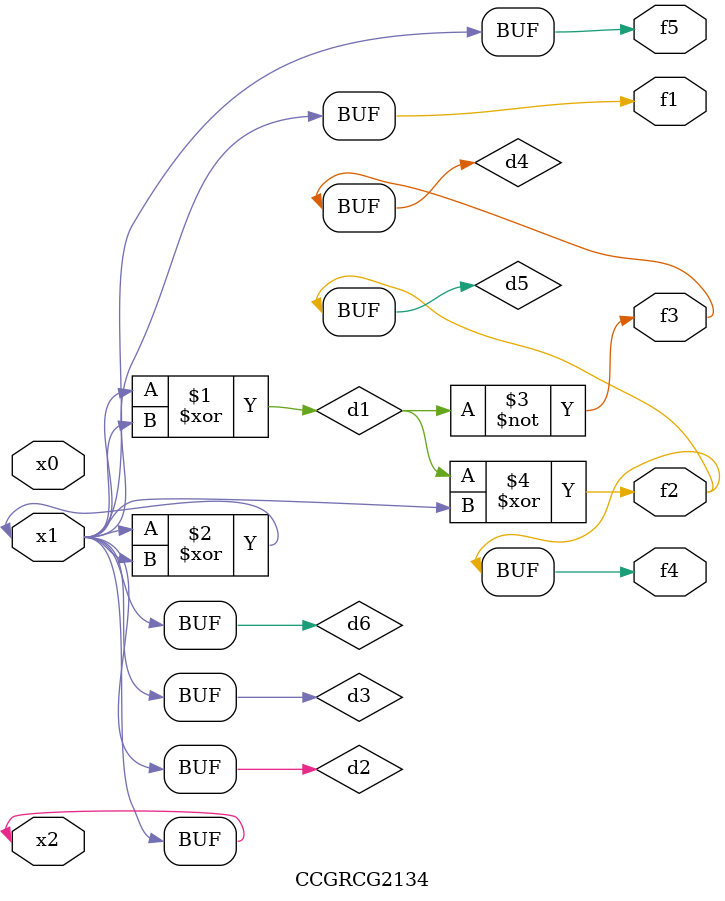
<source format=v>
module CCGRCG2134(
	input x0, x1, x2,
	output f1, f2, f3, f4, f5
);

	wire d1, d2, d3, d4, d5, d6;

	xor (d1, x1, x2);
	buf (d2, x1, x2);
	xor (d3, x1, x2);
	nor (d4, d1);
	xor (d5, d1, d2);
	buf (d6, d2, d3);
	assign f1 = d6;
	assign f2 = d5;
	assign f3 = d4;
	assign f4 = d5;
	assign f5 = d6;
endmodule

</source>
